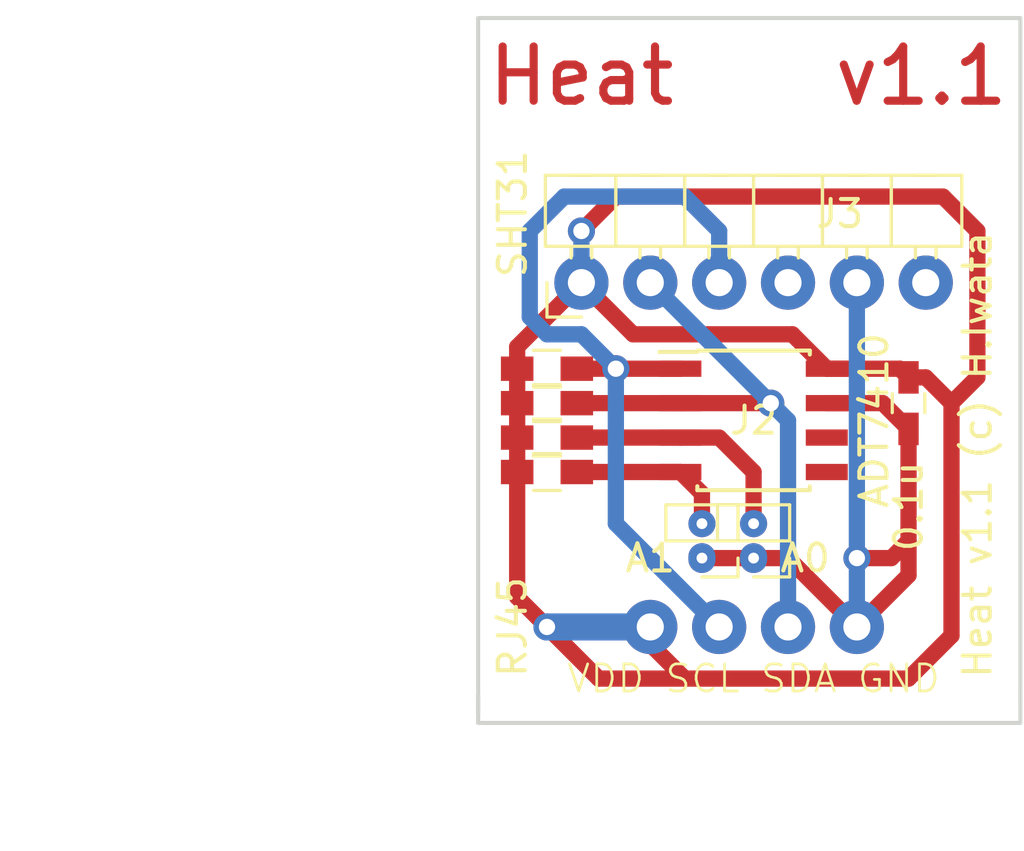
<source format=kicad_pcb>
(kicad_pcb (version 4) (host pcbnew 4.0.6)

  (general
    (links 22)
    (no_connects 0)
    (area 107.150001 96.134999 145.075001 129.700001)
    (thickness 1.6)
    (drawings 13)
    (tracks 70)
    (zones 0)
    (modules 11)
    (nets 11)
  )

  (page A4)
  (layers
    (0 F.Cu signal)
    (31 B.Cu signal)
    (32 B.Adhes user)
    (33 F.Adhes user)
    (34 B.Paste user)
    (35 F.Paste user)
    (36 B.SilkS user)
    (37 F.SilkS user)
    (38 B.Mask user)
    (39 F.Mask user)
    (40 Dwgs.User user)
    (41 Cmts.User user)
    (42 Eco1.User user)
    (43 Eco2.User user)
    (44 Edge.Cuts user)
    (45 Margin user)
    (46 B.CrtYd user)
    (47 F.CrtYd user)
    (48 B.Fab user)
    (49 F.Fab user)
  )

  (setup
    (last_trace_width 0.4)
    (user_trace_width 0.6)
    (user_trace_width 1)
    (trace_clearance 0.2)
    (zone_clearance 0.508)
    (zone_45_only no)
    (trace_min 0.4)
    (segment_width 0.2)
    (edge_width 0.15)
    (via_size 0.6)
    (via_drill 0.4)
    (via_min_size 0.5)
    (via_min_drill 0.4)
    (user_via 1 0.6)
    (uvia_size 0.3)
    (uvia_drill 0.1)
    (uvias_allowed no)
    (uvia_min_size 0.2)
    (uvia_min_drill 0.1)
    (pcb_text_width 0.3)
    (pcb_text_size 1.5 1.5)
    (mod_edge_width 0.15)
    (mod_text_size 1 1)
    (mod_text_width 0.15)
    (pad_size 2 2)
    (pad_drill 1)
    (pad_to_mask_clearance 0.2)
    (aux_axis_origin 0 0)
    (grid_origin 125 122)
    (visible_elements 7FFFFFFF)
    (pcbplotparams
      (layerselection 0x01000_80000001)
      (usegerberextensions false)
      (excludeedgelayer true)
      (linewidth 0.100000)
      (plotframeref false)
      (viasonmask false)
      (mode 1)
      (useauxorigin false)
      (hpglpennumber 1)
      (hpglpenspeed 20)
      (hpglpendiameter 15)
      (hpglpenoverlay 2)
      (psnegative false)
      (psa4output false)
      (plotreference true)
      (plotvalue true)
      (plotinvisibletext false)
      (padsonsilk false)
      (subtractmaskfromsilk false)
      (outputformat 1)
      (mirror false)
      (drillshape 0)
      (scaleselection 1)
      (outputdirectory heat-cnt/))
  )

  (net 0 "")
  (net 1 GND)
  (net 2 /SCL)
  (net 3 /SDA)
  (net 4 /A0)
  (net 5 /A1)
  (net 6 "Net-(J2-Pad5)")
  (net 7 "Net-(J2-Pad6)")
  (net 8 /ADR)
  (net 9 "Net-(J3-Pad6)")
  (net 10 /VDD)

  (net_class Default "これは標準のネット クラスです。"
    (clearance 0.2)
    (trace_width 0.4)
    (via_dia 0.6)
    (via_drill 0.4)
    (uvia_dia 0.3)
    (uvia_drill 0.1)
    (add_net /A0)
    (add_net /A1)
    (add_net /ADR)
    (add_net /SCL)
    (add_net /SDA)
    (add_net /VDD)
    (add_net GND)
    (add_net "Net-(J2-Pad5)")
    (add_net "Net-(J2-Pad6)")
    (add_net "Net-(J3-Pad6)")
  )

  (module Pin_Headers:Pin_Header_Straight_1x04_Pitch2.54mm (layer F.Cu) (tedit 5A054011) (tstamp 59FC19C5)
    (at 131.35 119.46 90)
    (descr "Through hole straight pin header, 1x04, 2.54mm pitch, single row")
    (tags "Through hole pin header THT 1x04 2.54mm single row")
    (path /59F95F2B)
    (fp_text reference J1 (at 0 -2.33 90) (layer Eco1.User)
      (effects (font (size 1 1) (thickness 0.15)))
    )
    (fp_text value RJ45 (at 0 -5.08 90) (layer F.SilkS)
      (effects (font (size 1 1) (thickness 0.15)))
    )
    (fp_line (start -1.27 -1.27) (end -1.27 8.89) (layer F.Fab) (width 0.1))
    (fp_line (start -1.27 8.89) (end 1.27 8.89) (layer F.Fab) (width 0.1))
    (fp_line (start 1.27 8.89) (end 1.27 -1.27) (layer F.Fab) (width 0.1))
    (fp_line (start 1.27 -1.27) (end -1.27 -1.27) (layer F.Fab) (width 0.1))
    (fp_line (start -1.8 -1.8) (end -1.8 9.4) (layer F.CrtYd) (width 0.05))
    (fp_line (start -1.8 9.4) (end 1.8 9.4) (layer F.CrtYd) (width 0.05))
    (fp_line (start 1.8 9.4) (end 1.8 -1.8) (layer F.CrtYd) (width 0.05))
    (fp_line (start 1.8 -1.8) (end -1.8 -1.8) (layer F.CrtYd) (width 0.05))
    (fp_text user %R (at 0 -2.33 90) (layer F.Fab)
      (effects (font (size 1 1) (thickness 0.15)))
    )
    (pad 1 thru_hole circle (at 0 0 90) (size 2 2) (drill 1) (layers *.Cu *.Mask)
      (net 10 /VDD))
    (pad 2 thru_hole circle (at 0 2.54 90) (size 2 2) (drill 1) (layers *.Cu *.Mask)
      (net 2 /SCL))
    (pad 3 thru_hole circle (at 0 5.08 90) (size 2 2) (drill 1) (layers *.Cu *.Mask)
      (net 3 /SDA))
    (pad 4 thru_hole circle (at 0 7.62 90) (size 2 2) (drill 1) (layers *.Cu *.Mask)
      (net 1 GND))
    (model ${KISYS3DMOD}/Pin_Headers.3dshapes/Pin_Header_Straight_1x04_Pitch2.54mm.wrl
      (at (xyz 0 -0.15 0))
      (scale (xyz 1 1 1))
      (rotate (xyz 0 0 90))
    )
  )

  (module Pin_Headers:Pin_Header_Angled_1x06_Pitch2.54mm (layer F.Cu) (tedit 5A053FF2) (tstamp 59FAC344)
    (at 128.81 106.76 90)
    (descr "Through hole angled pin header, 1x06, 2.54mm pitch, 6mm pin length, single row")
    (tags "Through hole angled pin header THT 1x06 2.54mm single row")
    (path /59F95AE2)
    (fp_text reference J3 (at 2.54 9.525 180) (layer F.SilkS)
      (effects (font (size 1 1) (thickness 0.15)))
    )
    (fp_text value SHT31 (at 2.54 -2.54 90) (layer F.SilkS)
      (effects (font (size 1 1) (thickness 0.15)))
    )
    (fp_line (start 1.4 -1.27) (end 1.4 1.27) (layer F.Fab) (width 0.1))
    (fp_line (start 1.4 1.27) (end 3.9 1.27) (layer F.Fab) (width 0.1))
    (fp_line (start 3.9 1.27) (end 3.9 -1.27) (layer F.Fab) (width 0.1))
    (fp_line (start 3.9 -1.27) (end 1.4 -1.27) (layer F.Fab) (width 0.1))
    (fp_line (start 0 -0.32) (end 0 0.32) (layer F.Fab) (width 0.1))
    (fp_line (start 0 0.32) (end 9.9 0.32) (layer F.Fab) (width 0.1))
    (fp_line (start 1.4 1.27) (end 1.4 3.81) (layer F.Fab) (width 0.1))
    (fp_line (start 1.4 3.81) (end 3.9 3.81) (layer F.Fab) (width 0.1))
    (fp_line (start 3.9 3.81) (end 3.9 1.27) (layer F.Fab) (width 0.1))
    (fp_line (start 3.9 1.27) (end 1.4 1.27) (layer F.Fab) (width 0.1))
    (fp_line (start 0 2.22) (end 0 2.86) (layer F.Fab) (width 0.1))
    (fp_line (start 0 2.86) (end 9.9 2.86) (layer F.Fab) (width 0.1))
    (fp_line (start 9.9 2.86) (end 9.9 2.22) (layer F.Fab) (width 0.1))
    (fp_line (start 9.9 2.22) (end 0 2.22) (layer F.Fab) (width 0.1))
    (fp_line (start 1.4 3.81) (end 1.4 6.35) (layer F.Fab) (width 0.1))
    (fp_line (start 1.4 6.35) (end 3.9 6.35) (layer F.Fab) (width 0.1))
    (fp_line (start 3.9 6.35) (end 3.9 3.81) (layer F.Fab) (width 0.1))
    (fp_line (start 3.9 3.81) (end 1.4 3.81) (layer F.Fab) (width 0.1))
    (fp_line (start 0 4.76) (end 0 5.4) (layer F.Fab) (width 0.1))
    (fp_line (start 0 5.4) (end 9.9 5.4) (layer F.Fab) (width 0.1))
    (fp_line (start 9.9 5.4) (end 9.9 4.76) (layer F.Fab) (width 0.1))
    (fp_line (start 9.9 4.76) (end 0 4.76) (layer F.Fab) (width 0.1))
    (fp_line (start 1.4 6.35) (end 1.4 8.89) (layer F.Fab) (width 0.1))
    (fp_line (start 1.4 8.89) (end 3.9 8.89) (layer F.Fab) (width 0.1))
    (fp_line (start 3.9 8.89) (end 3.9 6.35) (layer F.Fab) (width 0.1))
    (fp_line (start 3.9 6.35) (end 1.4 6.35) (layer F.Fab) (width 0.1))
    (fp_line (start 0 7.3) (end 0 7.94) (layer F.Fab) (width 0.1))
    (fp_line (start 0 7.94) (end 9.9 7.94) (layer F.Fab) (width 0.1))
    (fp_line (start 9.9 7.94) (end 9.9 7.3) (layer F.Fab) (width 0.1))
    (fp_line (start 9.9 7.3) (end 0 7.3) (layer F.Fab) (width 0.1))
    (fp_line (start 1.4 8.89) (end 1.4 11.43) (layer F.Fab) (width 0.1))
    (fp_line (start 1.4 11.43) (end 3.9 11.43) (layer F.Fab) (width 0.1))
    (fp_line (start 3.9 11.43) (end 3.9 8.89) (layer F.Fab) (width 0.1))
    (fp_line (start 3.9 8.89) (end 1.4 8.89) (layer F.Fab) (width 0.1))
    (fp_line (start 0 9.84) (end 0 10.48) (layer F.Fab) (width 0.1))
    (fp_line (start 0 10.48) (end 9.9 10.48) (layer F.Fab) (width 0.1))
    (fp_line (start 9.9 10.48) (end 9.9 9.84) (layer F.Fab) (width 0.1))
    (fp_line (start 9.9 9.84) (end 0 9.84) (layer F.Fab) (width 0.1))
    (fp_line (start 1.4 11.43) (end 1.4 13.97) (layer F.Fab) (width 0.1))
    (fp_line (start 1.4 13.97) (end 3.9 13.97) (layer F.Fab) (width 0.1))
    (fp_line (start 3.9 13.97) (end 3.9 11.43) (layer F.Fab) (width 0.1))
    (fp_line (start 3.9 11.43) (end 1.4 11.43) (layer F.Fab) (width 0.1))
    (fp_line (start 0 12.38) (end 0 13.02) (layer F.Fab) (width 0.1))
    (fp_line (start 0 13.02) (end 9.9 13.02) (layer F.Fab) (width 0.1))
    (fp_line (start 9.9 13.02) (end 9.9 12.38) (layer F.Fab) (width 0.1))
    (fp_line (start 9.9 12.38) (end 0 12.38) (layer F.Fab) (width 0.1))
    (fp_line (start 1.34 -1.33) (end 1.34 1.27) (layer F.SilkS) (width 0.12))
    (fp_line (start 1.34 1.27) (end 3.96 1.27) (layer F.SilkS) (width 0.12))
    (fp_line (start 3.96 1.27) (end 3.96 -1.33) (layer F.SilkS) (width 0.12))
    (fp_line (start 3.96 -1.33) (end 1.34 -1.33) (layer F.SilkS) (width 0.12))
    (fp_line (start 3.96 -0.38) (end 3.96 0.38) (layer F.SilkS) (width 0.12))
    (fp_line (start 0.91 -0.38) (end 1.34 -0.38) (layer F.SilkS) (width 0.12))
    (fp_line (start 0.91 0.38) (end 1.34 0.38) (layer F.SilkS) (width 0.12))
    (fp_line (start 1.34 1.27) (end 1.34 3.81) (layer F.SilkS) (width 0.12))
    (fp_line (start 1.34 3.81) (end 3.96 3.81) (layer F.SilkS) (width 0.12))
    (fp_line (start 3.96 3.81) (end 3.96 1.27) (layer F.SilkS) (width 0.12))
    (fp_line (start 3.96 1.27) (end 1.34 1.27) (layer F.SilkS) (width 0.12))
    (fp_line (start 3.96 2.16) (end 3.96 2.92) (layer F.SilkS) (width 0.12))
    (fp_line (start 0.91 2.16) (end 1.34 2.16) (layer F.SilkS) (width 0.12))
    (fp_line (start 0.91 2.92) (end 1.34 2.92) (layer F.SilkS) (width 0.12))
    (fp_line (start 1.34 3.81) (end 1.34 6.35) (layer F.SilkS) (width 0.12))
    (fp_line (start 1.34 6.35) (end 3.96 6.35) (layer F.SilkS) (width 0.12))
    (fp_line (start 3.96 6.35) (end 3.96 3.81) (layer F.SilkS) (width 0.12))
    (fp_line (start 3.96 3.81) (end 1.34 3.81) (layer F.SilkS) (width 0.12))
    (fp_line (start 3.96 4.7) (end 3.96 5.46) (layer F.SilkS) (width 0.12))
    (fp_line (start 0.91 4.7) (end 1.34 4.7) (layer F.SilkS) (width 0.12))
    (fp_line (start 0.91 5.46) (end 1.34 5.46) (layer F.SilkS) (width 0.12))
    (fp_line (start 1.34 6.35) (end 1.34 8.89) (layer F.SilkS) (width 0.12))
    (fp_line (start 1.34 8.89) (end 3.96 8.89) (layer F.SilkS) (width 0.12))
    (fp_line (start 3.96 8.89) (end 3.96 6.35) (layer F.SilkS) (width 0.12))
    (fp_line (start 3.96 6.35) (end 1.34 6.35) (layer F.SilkS) (width 0.12))
    (fp_line (start 3.96 7.24) (end 3.96 8) (layer F.SilkS) (width 0.12))
    (fp_line (start 0.91 7.24) (end 1.34 7.24) (layer F.SilkS) (width 0.12))
    (fp_line (start 0.91 8) (end 1.34 8) (layer F.SilkS) (width 0.12))
    (fp_line (start 1.34 8.89) (end 1.34 11.43) (layer F.SilkS) (width 0.12))
    (fp_line (start 1.34 11.43) (end 3.96 11.43) (layer F.SilkS) (width 0.12))
    (fp_line (start 3.96 11.43) (end 3.96 8.89) (layer F.SilkS) (width 0.12))
    (fp_line (start 3.96 8.89) (end 1.34 8.89) (layer F.SilkS) (width 0.12))
    (fp_line (start 3.96 9.78) (end 3.96 10.54) (layer F.SilkS) (width 0.12))
    (fp_line (start 0.91 9.78) (end 1.34 9.78) (layer F.SilkS) (width 0.12))
    (fp_line (start 0.91 10.54) (end 1.34 10.54) (layer F.SilkS) (width 0.12))
    (fp_line (start 1.34 11.43) (end 1.34 14.03) (layer F.SilkS) (width 0.12))
    (fp_line (start 1.34 14.03) (end 3.96 14.03) (layer F.SilkS) (width 0.12))
    (fp_line (start 3.96 14.03) (end 3.96 11.43) (layer F.SilkS) (width 0.12))
    (fp_line (start 3.96 11.43) (end 1.34 11.43) (layer F.SilkS) (width 0.12))
    (fp_line (start 3.96 12.32) (end 3.96 13.08) (layer F.SilkS) (width 0.12))
    (fp_line (start 0.91 12.32) (end 1.34 12.32) (layer F.SilkS) (width 0.12))
    (fp_line (start 0.91 13.08) (end 1.34 13.08) (layer F.SilkS) (width 0.12))
    (fp_line (start -1.27 0) (end -1.27 -1.27) (layer F.SilkS) (width 0.12))
    (fp_line (start -1.27 -1.27) (end 0 -1.27) (layer F.SilkS) (width 0.12))
    (fp_line (start -1.8 -1.8) (end -1.8 14.5) (layer F.CrtYd) (width 0.05))
    (fp_line (start -1.8 14.5) (end 10.4 14.5) (layer F.CrtYd) (width 0.05))
    (fp_line (start 10.4 14.5) (end 10.4 -1.8) (layer F.CrtYd) (width 0.05))
    (fp_line (start 10.4 -1.8) (end -1.8 -1.8) (layer F.CrtYd) (width 0.05))
    (fp_text user %R (at 2.54 9.525 180) (layer F.Fab)
      (effects (font (size 1 1) (thickness 0.15)))
    )
    (pad 1 thru_hole circle (at 0 0 90) (size 2 2) (drill 1) (layers *.Cu *.Mask)
      (net 10 /VDD))
    (pad 2 thru_hole circle (at 0 2.54 90) (size 2 2) (drill 1) (layers *.Cu *.Mask)
      (net 3 /SDA))
    (pad 3 thru_hole circle (at 0 5.08 90) (size 2 2) (drill 1) (layers *.Cu *.Mask)
      (net 2 /SCL))
    (pad 4 thru_hole circle (at 0 7.62 90) (size 2 2) (drill 1) (layers *.Cu *.Mask)
      (net 8 /ADR))
    (pad 5 thru_hole circle (at 0 10.16 90) (size 2 2) (drill 1) (layers *.Cu *.Mask)
      (net 1 GND))
    (pad 6 thru_hole circle (at 0 12.7 90) (size 2 2) (drill 1) (layers *.Cu *.Mask)
      (net 9 "Net-(J3-Pad6)"))
    (model ${KISYS3DMOD}/Pin_Headers.3dshapes/Pin_Header_Angled_1x06_Pitch2.54mm.wrl
      (at (xyz 0 -0.25 0))
      (scale (xyz 1 1 1))
      (rotate (xyz 0 0 90))
    )
  )

  (module Housings_SOIC:SOIC-8_3.9x4.9mm_Pitch1.27mm (layer F.Cu) (tedit 59FC1521) (tstamp 59FAC2C1)
    (at 135.16 111.84)
    (descr "8-Lead Plastic Small Outline (SN) - Narrow, 3.90 mm Body [SOIC] (see Microchip Packaging Specification 00000049BS.pdf)")
    (tags "SOIC 1.27")
    (path /59F95C85)
    (attr smd)
    (fp_text reference J2 (at 0 0) (layer F.SilkS)
      (effects (font (size 1 1) (thickness 0.15)))
    )
    (fp_text value ADT7410 (at 4.445 0 270) (layer F.SilkS)
      (effects (font (size 1 1) (thickness 0.15)))
    )
    (fp_text user %R (at 0 0) (layer F.Fab)
      (effects (font (size 1 1) (thickness 0.15)))
    )
    (fp_line (start -0.95 -2.45) (end 1.95 -2.45) (layer F.Fab) (width 0.1))
    (fp_line (start 1.95 -2.45) (end 1.95 2.45) (layer F.Fab) (width 0.1))
    (fp_line (start 1.95 2.45) (end -1.95 2.45) (layer F.Fab) (width 0.1))
    (fp_line (start -1.95 2.45) (end -1.95 -1.45) (layer F.Fab) (width 0.1))
    (fp_line (start -1.95 -1.45) (end -0.95 -2.45) (layer F.Fab) (width 0.1))
    (fp_line (start -3.73 -2.7) (end -3.73 2.7) (layer F.CrtYd) (width 0.05))
    (fp_line (start 3.73 -2.7) (end 3.73 2.7) (layer F.CrtYd) (width 0.05))
    (fp_line (start -3.73 -2.7) (end 3.73 -2.7) (layer F.CrtYd) (width 0.05))
    (fp_line (start -3.73 2.7) (end 3.73 2.7) (layer F.CrtYd) (width 0.05))
    (fp_line (start -2.075 -2.575) (end -2.075 -2.525) (layer F.SilkS) (width 0.15))
    (fp_line (start 2.075 -2.575) (end 2.075 -2.43) (layer F.SilkS) (width 0.15))
    (fp_line (start 2.075 2.575) (end 2.075 2.43) (layer F.SilkS) (width 0.15))
    (fp_line (start -2.075 2.575) (end -2.075 2.43) (layer F.SilkS) (width 0.15))
    (fp_line (start -2.075 -2.575) (end 2.075 -2.575) (layer F.SilkS) (width 0.15))
    (fp_line (start -2.075 2.575) (end 2.075 2.575) (layer F.SilkS) (width 0.15))
    (fp_line (start -2.075 -2.525) (end -3.475 -2.525) (layer F.SilkS) (width 0.15))
    (pad 1 smd rect (at -2.7 -1.905) (size 1.55 0.6) (layers F.Cu F.Paste F.Mask)
      (net 2 /SCL))
    (pad 2 smd rect (at -2.7 -0.635) (size 1.55 0.6) (layers F.Cu F.Paste F.Mask)
      (net 3 /SDA))
    (pad 3 smd rect (at -2.7 0.635) (size 1.55 0.6) (layers F.Cu F.Paste F.Mask)
      (net 4 /A0))
    (pad 4 smd rect (at -2.7 1.905) (size 1.55 0.6) (layers F.Cu F.Paste F.Mask)
      (net 5 /A1))
    (pad 5 smd rect (at 2.7 1.905) (size 1.55 0.6) (layers F.Cu F.Paste F.Mask)
      (net 6 "Net-(J2-Pad5)"))
    (pad 6 smd rect (at 2.7 0.635) (size 1.55 0.6) (layers F.Cu F.Paste F.Mask)
      (net 7 "Net-(J2-Pad6)"))
    (pad 7 smd rect (at 2.7 -0.635) (size 1.55 0.6) (layers F.Cu F.Paste F.Mask)
      (net 1 GND))
    (pad 8 smd rect (at 2.7 -1.905) (size 1.55 0.6) (layers F.Cu F.Paste F.Mask)
      (net 10 /VDD))
    (model Housings_SOIC.3dshapes/SOIC-8_3.9x4.9mm_Pitch1.27mm.wrl
      (at (xyz 0 0 0))
      (scale (xyz 1 1 1))
      (rotate (xyz 0 0 0))
    )
  )

  (module Capacitors_SMD:C_0603_HandSoldering (layer F.Cu) (tedit 59FC14DA) (tstamp 59FD7B4C)
    (at 140.875 111.205 270)
    (descr "Capacitor SMD 0603, hand soldering")
    (tags "capacitor 0603")
    (path /59FAC2E0)
    (attr smd)
    (fp_text reference C1 (at -2.54 0 270) (layer Eco1.User)
      (effects (font (size 1 1) (thickness 0.15)))
    )
    (fp_text value 0.1u (at 3.81 0 270) (layer F.SilkS)
      (effects (font (size 1 1) (thickness 0.15)))
    )
    (fp_text user %R (at -2.54 0 270) (layer F.Fab)
      (effects (font (size 1 1) (thickness 0.15)))
    )
    (fp_line (start -0.8 0.4) (end -0.8 -0.4) (layer F.Fab) (width 0.1))
    (fp_line (start 0.8 0.4) (end -0.8 0.4) (layer F.Fab) (width 0.1))
    (fp_line (start 0.8 -0.4) (end 0.8 0.4) (layer F.Fab) (width 0.1))
    (fp_line (start -0.8 -0.4) (end 0.8 -0.4) (layer F.Fab) (width 0.1))
    (fp_line (start -0.35 -0.6) (end 0.35 -0.6) (layer F.SilkS) (width 0.12))
    (fp_line (start 0.35 0.6) (end -0.35 0.6) (layer F.SilkS) (width 0.12))
    (fp_line (start -1.8 -0.65) (end 1.8 -0.65) (layer F.CrtYd) (width 0.05))
    (fp_line (start -1.8 -0.65) (end -1.8 0.65) (layer F.CrtYd) (width 0.05))
    (fp_line (start 1.8 0.65) (end 1.8 -0.65) (layer F.CrtYd) (width 0.05))
    (fp_line (start 1.8 0.65) (end -1.8 0.65) (layer F.CrtYd) (width 0.05))
    (pad 1 smd rect (at -0.95 0 270) (size 1.2 0.75) (layers F.Cu F.Paste F.Mask)
      (net 10 /VDD))
    (pad 2 smd rect (at 0.95 0 270) (size 1.2 0.75) (layers F.Cu F.Paste F.Mask)
      (net 1 GND))
    (model Capacitors_SMD.3dshapes/C_0603.wrl
      (at (xyz 0 0 0))
      (scale (xyz 1 1 1))
      (rotate (xyz 0 0 0))
    )
  )

  (module MY_VIA:VIA_M3 (layer F.Cu) (tedit 59FC1DAB) (tstamp 5A0031BD)
    (at 135 100)
    (fp_text reference "" (at 3.97 0.41) (layer F.Fab)
      (effects (font (size 1.2 1.2) (thickness 0.15)))
    )
    (fp_text value "" (at 5.24 -1.495) (layer Eco1.User)
      (effects (font (size 1.2 1.2) (thickness 0.15)))
    )
    (pad "" np_thru_hole oval (at 0 0) (size 3 3) (drill 3) (layers *.Cu *.Mask))
  )

  (module Pin_Headers:Pin_Header_Straight_1x02_Pitch1.27mm (layer F.Cu) (tedit 5A053EFC) (tstamp 59FBFD07)
    (at 135.16 116.92 180)
    (descr "Through hole straight pin header, 1x02, 1.27mm pitch, single row")
    (tags "Through hole pin header THT 1x02 1.27mm single row")
    (path /59FBFDEB)
    (fp_text reference J4 (at 0 -1.695 180) (layer Eco1.User)
      (effects (font (size 1 1) (thickness 0.15)))
    )
    (fp_text value A0 (at -1.905 0 180) (layer F.SilkS)
      (effects (font (size 1 1) (thickness 0.15)))
    )
    (fp_line (start -1.27 -0.635) (end -1.27 1.905) (layer F.Fab) (width 0.1))
    (fp_line (start -1.27 1.905) (end 1.27 1.905) (layer F.Fab) (width 0.1))
    (fp_line (start 1.27 1.905) (end 1.27 -0.635) (layer F.Fab) (width 0.1))
    (fp_line (start 1.27 -0.635) (end -1.27 -0.635) (layer F.Fab) (width 0.1))
    (fp_line (start -1.33 0.635) (end -1.33 1.965) (layer F.SilkS) (width 0.12))
    (fp_line (start -1.33 1.965) (end 1.33 1.965) (layer F.SilkS) (width 0.12))
    (fp_line (start 1.33 1.965) (end 1.33 0.635) (layer F.SilkS) (width 0.12))
    (fp_line (start 1.33 0.635) (end -1.33 0.635) (layer F.SilkS) (width 0.12))
    (fp_line (start -1.33 0) (end -1.33 -0.695) (layer F.SilkS) (width 0.12))
    (fp_line (start -1.33 -0.695) (end 0 -0.695) (layer F.SilkS) (width 0.12))
    (fp_line (start -1.8 -1.15) (end -1.8 2.45) (layer F.CrtYd) (width 0.05))
    (fp_line (start -1.8 2.45) (end 1.8 2.45) (layer F.CrtYd) (width 0.05))
    (fp_line (start 1.8 2.45) (end 1.8 -1.15) (layer F.CrtYd) (width 0.05))
    (fp_line (start 1.8 -1.15) (end -1.8 -1.15) (layer F.CrtYd) (width 0.05))
    (fp_text user %R (at 0 -1.695 180) (layer F.Fab)
      (effects (font (size 1 1) (thickness 0.15)))
    )
    (pad 1 thru_hole oval (at 0 0 180) (size 1 1.1) (drill 0.4) (layers *.Cu *.Mask)
      (net 1 GND))
    (pad 2 thru_hole oval (at 0 1.27 180) (size 1 1) (drill 0.4) (layers *.Cu *.Mask)
      (net 4 /A0))
    (model ${KISYS3DMOD}/Pin_Headers.3dshapes/Pin_Header_Straight_1x02_Pitch1.27mm.wrl
      (at (xyz 0 0 0))
      (scale (xyz 1 1 1))
      (rotate (xyz 0 0 0))
    )
  )

  (module Pin_Headers:Pin_Header_Straight_1x02_Pitch1.27mm (layer F.Cu) (tedit 5A053EF2) (tstamp 59FBFD0D)
    (at 133.255 116.92 180)
    (descr "Through hole straight pin header, 1x02, 1.27mm pitch, single row")
    (tags "Through hole pin header THT 1x02 1.27mm single row")
    (path /59FBFC19)
    (fp_text reference J5 (at 0 -1.695 180) (layer Eco1.User)
      (effects (font (size 1 1) (thickness 0.15)))
    )
    (fp_text value A1 (at 1.905 0 180) (layer F.SilkS)
      (effects (font (size 1 1) (thickness 0.15)))
    )
    (fp_line (start -1.27 -0.635) (end -1.27 1.905) (layer F.Fab) (width 0.1))
    (fp_line (start -1.27 1.905) (end 1.27 1.905) (layer F.Fab) (width 0.1))
    (fp_line (start 1.27 1.905) (end 1.27 -0.635) (layer F.Fab) (width 0.1))
    (fp_line (start 1.27 -0.635) (end -1.27 -0.635) (layer F.Fab) (width 0.1))
    (fp_line (start -1.33 0.635) (end -1.33 1.965) (layer F.SilkS) (width 0.12))
    (fp_line (start -1.33 1.965) (end 1.33 1.965) (layer F.SilkS) (width 0.12))
    (fp_line (start 1.33 1.965) (end 1.33 0.635) (layer F.SilkS) (width 0.12))
    (fp_line (start 1.33 0.635) (end -1.33 0.635) (layer F.SilkS) (width 0.12))
    (fp_line (start -1.33 0) (end -1.33 -0.695) (layer F.SilkS) (width 0.12))
    (fp_line (start -1.33 -0.695) (end 0 -0.695) (layer F.SilkS) (width 0.12))
    (fp_line (start -1.8 -1.15) (end -1.8 2.45) (layer F.CrtYd) (width 0.05))
    (fp_line (start -1.8 2.45) (end 1.8 2.45) (layer F.CrtYd) (width 0.05))
    (fp_line (start 1.8 2.45) (end 1.8 -1.15) (layer F.CrtYd) (width 0.05))
    (fp_line (start 1.8 -1.15) (end -1.8 -1.15) (layer F.CrtYd) (width 0.05))
    (fp_text user %R (at 0 -1.695 180) (layer F.Fab)
      (effects (font (size 1 1) (thickness 0.15)))
    )
    (pad 1 thru_hole oval (at 0 0 180) (size 1 1.1) (drill 0.4) (layers *.Cu *.Mask)
      (net 1 GND))
    (pad 2 thru_hole oval (at 0 1.27 180) (size 1 1) (drill 0.4) (layers *.Cu *.Mask)
      (net 5 /A1))
    (model ${KISYS3DMOD}/Pin_Headers.3dshapes/Pin_Header_Straight_1x02_Pitch1.27mm.wrl
      (at (xyz 0 0 0))
      (scale (xyz 1 1 1))
      (rotate (xyz 0 0 0))
    )
  )

  (module Resistors_SMD:R_0603_HandSoldering (layer F.Cu) (tedit 59FC1430) (tstamp 59FBFD13)
    (at 127.54 112.475)
    (descr "Resistor SMD 0603, hand soldering")
    (tags "resistor 0603")
    (path /59FC0037)
    (attr smd)
    (fp_text reference R3 (at -1.27 0) (layer Eco1.User)
      (effects (font (size 1 1) (thickness 0.15)))
    )
    (fp_text value 10k (at 2.54 0) (layer Eco1.User)
      (effects (font (size 1 1) (thickness 0.15)))
    )
    (fp_text user %R (at 0 0) (layer F.Fab)
      (effects (font (size 0.5 0.5) (thickness 0.075)))
    )
    (fp_line (start -0.8 0.4) (end -0.8 -0.4) (layer F.Fab) (width 0.1))
    (fp_line (start 0.8 0.4) (end -0.8 0.4) (layer F.Fab) (width 0.1))
    (fp_line (start 0.8 -0.4) (end 0.8 0.4) (layer F.Fab) (width 0.1))
    (fp_line (start -0.8 -0.4) (end 0.8 -0.4) (layer F.Fab) (width 0.1))
    (fp_line (start 0.5 0.68) (end -0.5 0.68) (layer F.SilkS) (width 0.12))
    (fp_line (start -0.5 -0.68) (end 0.5 -0.68) (layer F.SilkS) (width 0.12))
    (fp_line (start -1.96 -0.7) (end 1.95 -0.7) (layer F.CrtYd) (width 0.05))
    (fp_line (start -1.96 -0.7) (end -1.96 0.7) (layer F.CrtYd) (width 0.05))
    (fp_line (start 1.95 0.7) (end 1.95 -0.7) (layer F.CrtYd) (width 0.05))
    (fp_line (start 1.95 0.7) (end -1.96 0.7) (layer F.CrtYd) (width 0.05))
    (pad 1 smd rect (at -1.1 0) (size 1.2 0.9) (layers F.Cu F.Paste F.Mask)
      (net 10 /VDD))
    (pad 2 smd rect (at 1.1 0) (size 1.2 0.9) (layers F.Cu F.Paste F.Mask)
      (net 4 /A0))
    (model ${KISYS3DMOD}/Resistors_SMD.3dshapes/R_0603.wrl
      (at (xyz 0 0 0))
      (scale (xyz 1 1 1))
      (rotate (xyz 0 0 0))
    )
  )

  (module Resistors_SMD:R_0603_HandSoldering (layer F.Cu) (tedit 59FC1435) (tstamp 59FBFD19)
    (at 127.54 113.745)
    (descr "Resistor SMD 0603, hand soldering")
    (tags "resistor 0603")
    (path /59FBFF21)
    (attr smd)
    (fp_text reference R4 (at -1.27 0) (layer Eco1.User)
      (effects (font (size 1 1) (thickness 0.15)))
    )
    (fp_text value 10k (at 2.54 0) (layer Eco1.User)
      (effects (font (size 1 1) (thickness 0.15)))
    )
    (fp_text user %R (at 0 0) (layer F.Fab)
      (effects (font (size 0.5 0.5) (thickness 0.075)))
    )
    (fp_line (start -0.8 0.4) (end -0.8 -0.4) (layer F.Fab) (width 0.1))
    (fp_line (start 0.8 0.4) (end -0.8 0.4) (layer F.Fab) (width 0.1))
    (fp_line (start 0.8 -0.4) (end 0.8 0.4) (layer F.Fab) (width 0.1))
    (fp_line (start -0.8 -0.4) (end 0.8 -0.4) (layer F.Fab) (width 0.1))
    (fp_line (start 0.5 0.68) (end -0.5 0.68) (layer F.SilkS) (width 0.12))
    (fp_line (start -0.5 -0.68) (end 0.5 -0.68) (layer F.SilkS) (width 0.12))
    (fp_line (start -1.96 -0.7) (end 1.95 -0.7) (layer F.CrtYd) (width 0.05))
    (fp_line (start -1.96 -0.7) (end -1.96 0.7) (layer F.CrtYd) (width 0.05))
    (fp_line (start 1.95 0.7) (end 1.95 -0.7) (layer F.CrtYd) (width 0.05))
    (fp_line (start 1.95 0.7) (end -1.96 0.7) (layer F.CrtYd) (width 0.05))
    (pad 1 smd rect (at -1.1 0) (size 1.2 0.9) (layers F.Cu F.Paste F.Mask)
      (net 10 /VDD))
    (pad 2 smd rect (at 1.1 0) (size 1.2 0.9) (layers F.Cu F.Paste F.Mask)
      (net 5 /A1))
    (model ${KISYS3DMOD}/Resistors_SMD.3dshapes/R_0603.wrl
      (at (xyz 0 0 0))
      (scale (xyz 1 1 1))
      (rotate (xyz 0 0 0))
    )
  )

  (module Resistors_SMD:R_0603_HandSoldering (layer F.Cu) (tedit 59FC19F4) (tstamp 59FC19F8)
    (at 127.54 109.935)
    (descr "Resistor SMD 0603, hand soldering")
    (tags "resistor 0603")
    (path /59FAC40F)
    (attr smd)
    (fp_text reference R1 (at -1.27 0) (layer Eco1.User)
      (effects (font (size 1 1) (thickness 0.15)))
    )
    (fp_text value 10k (at 2.54 0) (layer Eco1.User)
      (effects (font (size 1 1) (thickness 0.15)))
    )
    (fp_text user %R (at 0 0) (layer F.Fab)
      (effects (font (size 0.5 0.5) (thickness 0.075)))
    )
    (fp_line (start -0.8 0.4) (end -0.8 -0.4) (layer F.Fab) (width 0.1))
    (fp_line (start 0.8 0.4) (end -0.8 0.4) (layer F.Fab) (width 0.1))
    (fp_line (start 0.8 -0.4) (end 0.8 0.4) (layer F.Fab) (width 0.1))
    (fp_line (start -0.8 -0.4) (end 0.8 -0.4) (layer F.Fab) (width 0.1))
    (fp_line (start 0.5 0.68) (end -0.5 0.68) (layer F.SilkS) (width 0.12))
    (fp_line (start -0.5 -0.68) (end 0.5 -0.68) (layer F.SilkS) (width 0.12))
    (fp_line (start -1.96 -0.7) (end 1.95 -0.7) (layer F.CrtYd) (width 0.05))
    (fp_line (start -1.96 -0.7) (end -1.96 0.7) (layer F.CrtYd) (width 0.05))
    (fp_line (start 1.95 0.7) (end 1.95 -0.7) (layer F.CrtYd) (width 0.05))
    (fp_line (start 1.95 0.7) (end -1.96 0.7) (layer F.CrtYd) (width 0.05))
    (pad 1 smd rect (at -1.1 0) (size 1.2 0.9) (layers F.Cu F.Paste F.Mask)
      (net 10 /VDD))
    (pad 2 smd rect (at 1.1 0) (size 1.2 0.9) (layers F.Cu F.Paste F.Mask)
      (net 2 /SCL))
    (model ${KISYS3DMOD}/Resistors_SMD.3dshapes/R_0603.wrl
      (at (xyz 0 0 0))
      (scale (xyz 1 1 1))
      (rotate (xyz 0 0 0))
    )
  )

  (module Resistors_SMD:R_0603_HandSoldering (layer F.Cu) (tedit 59FC19FF) (tstamp 59FC19FE)
    (at 127.54 111.205)
    (descr "Resistor SMD 0603, hand soldering")
    (tags "resistor 0603")
    (path /59FAC4D0)
    (attr smd)
    (fp_text reference R2 (at -1.27 0) (layer Eco1.User)
      (effects (font (size 1 1) (thickness 0.15)))
    )
    (fp_text value 10k (at 2.54 0) (layer Eco1.User)
      (effects (font (size 1 1) (thickness 0.15)))
    )
    (fp_text user %R (at 0 0) (layer F.Fab)
      (effects (font (size 0.5 0.5) (thickness 0.075)))
    )
    (fp_line (start -0.8 0.4) (end -0.8 -0.4) (layer F.Fab) (width 0.1))
    (fp_line (start 0.8 0.4) (end -0.8 0.4) (layer F.Fab) (width 0.1))
    (fp_line (start 0.8 -0.4) (end 0.8 0.4) (layer F.Fab) (width 0.1))
    (fp_line (start -0.8 -0.4) (end 0.8 -0.4) (layer F.Fab) (width 0.1))
    (fp_line (start 0.5 0.68) (end -0.5 0.68) (layer F.SilkS) (width 0.12))
    (fp_line (start -0.5 -0.68) (end 0.5 -0.68) (layer F.SilkS) (width 0.12))
    (fp_line (start -1.96 -0.7) (end 1.95 -0.7) (layer F.CrtYd) (width 0.05))
    (fp_line (start -1.96 -0.7) (end -1.96 0.7) (layer F.CrtYd) (width 0.05))
    (fp_line (start 1.95 0.7) (end 1.95 -0.7) (layer F.CrtYd) (width 0.05))
    (fp_line (start 1.95 0.7) (end -1.96 0.7) (layer F.CrtYd) (width 0.05))
    (pad 1 smd rect (at -1.1 0) (size 1.2 0.9) (layers F.Cu F.Paste F.Mask)
      (net 10 /VDD))
    (pad 2 smd rect (at 1.1 0) (size 1.2 0.9) (layers F.Cu F.Paste F.Mask)
      (net 3 /SDA))
    (model ${KISYS3DMOD}/Resistors_SMD.3dshapes/R_0603.wrl
      (at (xyz 0 0 0))
      (scale (xyz 1 1 1))
      (rotate (xyz 0 0 0))
    )
  )

  (gr_line (start 145 123) (end 145 122) (angle 90) (layer Edge.Cuts) (width 0.15))
  (gr_line (start 125 123) (end 145 123) (angle 90) (layer Edge.Cuts) (width 0.15))
  (gr_line (start 125 122) (end 125 123) (angle 90) (layer Edge.Cuts) (width 0.15))
  (gr_line (start 125 122) (end 125 122.635) (angle 90) (layer Edge.Cuts) (width 0.15))
  (gr_text v1.1 (at 144.685 99.14) (layer F.Cu)
    (effects (font (size 2 2) (thickness 0.3)) (justify right))
  )
  (gr_text Heat (at 128.81 99.14) (layer F.Cu)
    (effects (font (size 2 2) (thickness 0.3)))
  )
  (gr_text "Heat v1.1 (c) H.Iwata" (at 143.415 113.11 90) (layer F.SilkS)
    (effects (font (size 1 1) (thickness 0.15)))
  )
  (gr_text "VDD SCL SDA GND" (at 135.16 121.365) (layer F.SilkS)
    (effects (font (size 1 1) (thickness 0.1)))
  )
  (gr_line (start 125 97) (end 125 122) (angle 90) (layer Edge.Cuts) (width 0.15))
  (gr_line (start 145 97) (end 125 97) (angle 90) (layer Edge.Cuts) (width 0.15))
  (gr_line (start 145 122) (end 145 97) (angle 90) (layer Edge.Cuts) (width 0.15))
  (dimension 25 (width 0.3) (layer Dwgs.User)
    (gr_text "25.000 mm" (at 113.65 109.5 90) (layer Dwgs.User)
      (effects (font (size 1.5 1.5) (thickness 0.3)))
    )
    (feature1 (pts (xy 125 97) (xy 112.3 97)))
    (feature2 (pts (xy 125 122) (xy 112.3 122)))
    (crossbar (pts (xy 115 122) (xy 115 97)))
    (arrow1a (pts (xy 115 97) (xy 115.586421 98.126504)))
    (arrow1b (pts (xy 115 97) (xy 114.413579 98.126504)))
    (arrow2a (pts (xy 115 122) (xy 115.586421 120.873496)))
    (arrow2b (pts (xy 115 122) (xy 114.413579 120.873496)))
  )
  (dimension 20 (width 0.3) (layer Dwgs.User)
    (gr_text "20.000 mm" (at 135 128.35) (layer Dwgs.User)
      (effects (font (size 1.5 1.5) (thickness 0.3)))
    )
    (feature1 (pts (xy 145 122) (xy 145 129.7)))
    (feature2 (pts (xy 125 122) (xy 125 129.7)))
    (crossbar (pts (xy 125 127) (xy 145 127)))
    (arrow1a (pts (xy 145 127) (xy 143.873496 127.586421)))
    (arrow1b (pts (xy 145 127) (xy 143.873496 126.413579)))
    (arrow2a (pts (xy 125 127) (xy 126.126504 127.586421)))
    (arrow2b (pts (xy 125 127) (xy 126.126504 126.413579)))
  )

  (segment (start 133.255 116.92) (end 135.16 116.92) (width 0.6) (layer F.Cu) (net 1))
  (segment (start 138.97 116.92) (end 138.97 119.46) (width 0.6) (layer B.Cu) (net 1))
  (segment (start 138.97 119.46) (end 140.875 117.555) (width 0.6) (layer F.Cu) (net 1))
  (segment (start 140.875 117.555) (end 140.875 116.285) (width 0.6) (layer F.Cu) (net 1) (tstamp 59FC1225))
  (segment (start 138.97 116.92) (end 140.24 116.92) (width 0.6) (layer F.Cu) (net 1))
  (segment (start 140.24 116.92) (end 140.875 116.285) (width 0.6) (layer F.Cu) (net 1) (tstamp 59FC121E))
  (via (at 138.97 116.92) (size 1) (drill 0.6) (layers F.Cu B.Cu) (net 1))
  (segment (start 140.875 116.285) (end 140.875 112.155) (width 0.6) (layer F.Cu) (net 1) (tstamp 59FC1222))
  (segment (start 137.86 111.205) (end 139.925 111.205) (width 0.6) (layer F.Cu) (net 1))
  (segment (start 139.925 111.205) (end 140.875 112.155) (width 0.6) (layer F.Cu) (net 1) (tstamp 59FC1217))
  (segment (start 138.97 106.76) (end 138.97 116.92) (width 0.6) (layer B.Cu) (net 1))
  (segment (start 135.16 116.92) (end 136.43 116.92) (width 0.6) (layer F.Cu) (net 1))
  (segment (start 136.43 116.92) (end 138.97 119.46) (width 0.6) (layer F.Cu) (net 1) (tstamp 59FC0EE2))
  (segment (start 130.08 109.935) (end 128.81 108.665) (width 0.6) (layer B.Cu) (net 2))
  (segment (start 133.89 104.855) (end 133.89 106.76) (width 0.6) (layer B.Cu) (net 2) (tstamp 59FC1B83))
  (segment (start 132.62 103.585) (end 133.89 104.855) (width 0.6) (layer B.Cu) (net 2) (tstamp 59FC1B81))
  (segment (start 128.175 103.585) (end 132.62 103.585) (width 0.6) (layer B.Cu) (net 2) (tstamp 59FC1B80))
  (segment (start 126.905 104.855) (end 128.175 103.585) (width 0.6) (layer B.Cu) (net 2) (tstamp 59FC1B7F))
  (segment (start 126.905 108.03) (end 126.905 104.855) (width 0.6) (layer B.Cu) (net 2) (tstamp 59FC1B7C))
  (segment (start 127.54 108.665) (end 126.905 108.03) (width 0.6) (layer B.Cu) (net 2) (tstamp 59FC1B7B))
  (segment (start 128.81 108.665) (end 127.54 108.665) (width 0.6) (layer B.Cu) (net 2) (tstamp 59FC1B77))
  (segment (start 133.89 119.46) (end 130.08 115.65) (width 0.6) (layer B.Cu) (net 2))
  (via (at 130.08 109.935) (size 1) (drill 0.6) (layers F.Cu B.Cu) (net 2))
  (segment (start 130.08 115.65) (end 130.08 109.935) (width 0.6) (layer B.Cu) (net 2) (tstamp 59FC1AF9))
  (segment (start 132.46 109.935) (end 130.08 109.935) (width 0.6) (layer F.Cu) (net 2))
  (segment (start 130.08 109.935) (end 128.64 109.935) (width 0.6) (layer F.Cu) (net 2) (tstamp 59FC1B0E))
  (segment (start 132.62 109.935) (end 132.46 109.935) (width 0.4) (layer F.Cu) (net 2) (tstamp 5A003304))
  (segment (start 132.46 111.205) (end 135.795 111.205) (width 0.6) (layer F.Cu) (net 3))
  (via (at 135.795 111.205) (size 1) (drill 0.6) (layers F.Cu B.Cu) (net 3))
  (segment (start 136.43 119.46) (end 136.43 111.84) (width 0.6) (layer B.Cu) (net 3))
  (segment (start 136.43 111.84) (end 135.795 111.205) (width 0.6) (layer B.Cu) (net 3) (tstamp 59FC1B9D))
  (segment (start 135.795 111.205) (end 131.35 106.76) (width 0.6) (layer B.Cu) (net 3) (tstamp 59FC1BAD))
  (segment (start 132.46 111.205) (end 128.64 111.205) (width 0.6) (layer F.Cu) (net 3))
  (segment (start 132.46 112.475) (end 128.64 112.475) (width 0.6) (layer F.Cu) (net 4))
  (segment (start 132.46 112.475) (end 133.89 112.475) (width 0.6) (layer F.Cu) (net 4))
  (segment (start 135.16 113.745) (end 135.16 115.65) (width 0.6) (layer F.Cu) (net 4) (tstamp 59FC0DFB))
  (segment (start 133.89 112.475) (end 135.16 113.745) (width 0.6) (layer F.Cu) (net 4) (tstamp 59FC0DFA))
  (segment (start 133.255 115.65) (end 133.255 114.54) (width 0.6) (layer F.Cu) (net 5))
  (segment (start 133.255 114.54) (end 132.46 113.745) (width 0.6) (layer F.Cu) (net 5) (tstamp 5A053D70))
  (segment (start 132.46 113.745) (end 128.64 113.745) (width 0.6) (layer F.Cu) (net 5))
  (segment (start 132.62 121.365) (end 129.445 121.365) (width 0.6) (layer F.Cu) (net 10))
  (segment (start 129.445 121.365) (end 127.54 119.46) (width 0.6) (layer F.Cu) (net 10) (tstamp 5A053F48))
  (segment (start 126.44 113.745) (end 126.44 118.36) (width 0.6) (layer F.Cu) (net 10))
  (segment (start 126.44 118.36) (end 127.54 119.46) (width 0.6) (layer F.Cu) (net 10) (tstamp 5A053F44))
  (via (at 127.54 119.46) (size 1) (drill 0.6) (layers F.Cu B.Cu) (net 10))
  (segment (start 127.54 119.46) (end 131.35 119.46) (width 1) (layer B.Cu) (net 10))
  (segment (start 131.35 119.46) (end 131.35 120.095) (width 0.6) (layer F.Cu) (net 10))
  (segment (start 131.35 120.095) (end 132.62 121.365) (width 0.6) (layer F.Cu) (net 10) (tstamp 59FC1CD7))
  (segment (start 128.81 106.76) (end 130.715 108.665) (width 0.6) (layer F.Cu) (net 10))
  (segment (start 136.59 108.665) (end 137.86 109.935) (width 0.6) (layer F.Cu) (net 10) (tstamp 59FC1C62))
  (segment (start 130.715 108.665) (end 136.59 108.665) (width 0.6) (layer F.Cu) (net 10) (tstamp 59FC1C5D))
  (segment (start 128.81 106.76) (end 128.81 104.855) (width 0.6) (layer B.Cu) (net 10))
  (via (at 128.81 104.855) (size 1) (drill 0.6) (layers F.Cu B.Cu) (net 10))
  (segment (start 143.415 110.25) (end 143.415 104.855) (width 0.6) (layer F.Cu) (net 10))
  (segment (start 142.46 111.205) (end 143.415 110.25) (width 0.6) (layer F.Cu) (net 10) (tstamp 59FC0EFC))
  (segment (start 130.08 103.585) (end 142.145 103.585) (width 0.6) (layer F.Cu) (net 10) (tstamp 59FC1C05))
  (segment (start 128.81 104.855) (end 130.08 103.585) (width 0.6) (layer F.Cu) (net 10) (tstamp 59FC1BFC))
  (segment (start 143.415 104.855) (end 142.145 103.585) (width 0.6) (layer F.Cu) (net 10) (tstamp 59FC1C16))
  (segment (start 132.62 121.365) (end 140.875 121.365) (width 0.6) (layer F.Cu) (net 10) (tstamp 59FC1CDA))
  (segment (start 142.46 119.78) (end 140.875 121.365) (width 0.6) (layer F.Cu) (net 10) (tstamp 59FC10C6))
  (segment (start 142.46 119.78) (end 142.46 111.205) (width 0.6) (layer F.Cu) (net 10))
  (segment (start 140.875 110.255) (end 141.51 110.255) (width 0.6) (layer F.Cu) (net 10))
  (segment (start 141.51 110.255) (end 142.46 111.205) (width 0.6) (layer F.Cu) (net 10) (tstamp 59FC123F))
  (segment (start 137.86 109.935) (end 140.555 109.935) (width 0.6) (layer F.Cu) (net 10))
  (segment (start 140.555 109.935) (end 140.875 110.255) (width 0.6) (layer F.Cu) (net 10) (tstamp 59FC1233))
  (segment (start 126.44 112.475) (end 126.44 113.745) (width 0.6) (layer F.Cu) (net 10))
  (segment (start 126.44 111.205) (end 126.44 112.475) (width 0.6) (layer F.Cu) (net 10))
  (segment (start 126.44 109.935) (end 126.44 111.205) (width 0.6) (layer F.Cu) (net 10))
  (segment (start 126.44 109.935) (end 126.44 109.13) (width 0.6) (layer F.Cu) (net 10))
  (segment (start 126.44 109.13) (end 128.81 106.76) (width 0.6) (layer F.Cu) (net 10) (tstamp 59FC0C94))

)

</source>
